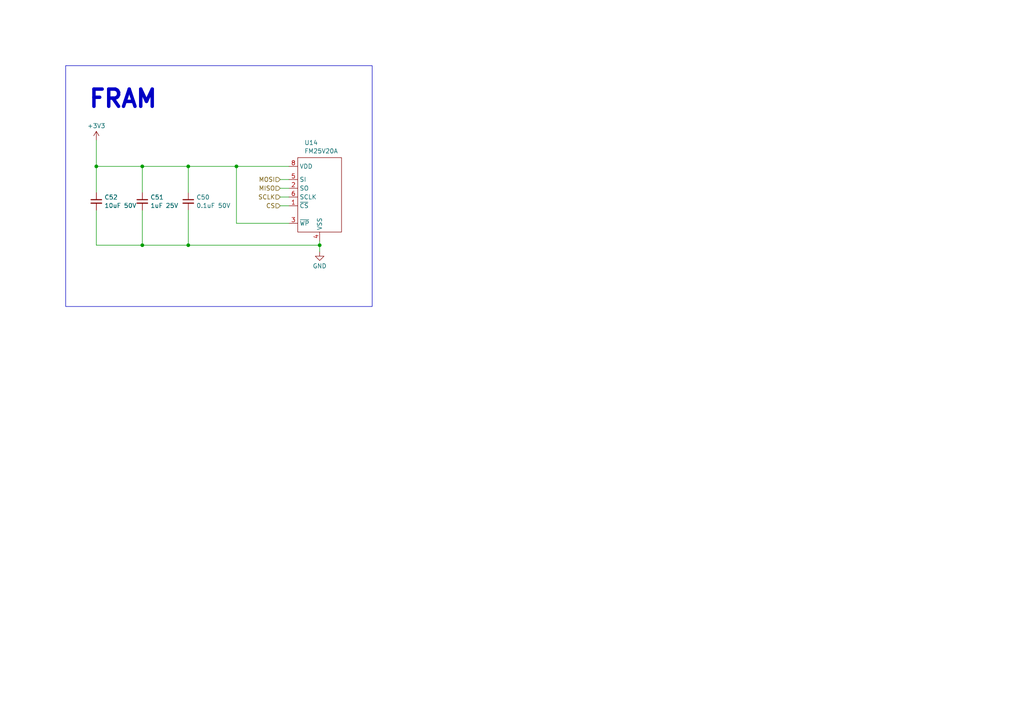
<source format=kicad_sch>
(kicad_sch (version 20230121) (generator eeschema)
  (paper "A4")
  (lib_symbols
    (symbol "Custom Parts:FM25V20A"
      (property "Reference" "U" (at -5.08 10.16 0))
      (property "Value" "FM25V20A" (at 3.81 10.16 0))
      (symbol "FM25V20A_0_1"
        (rectangle (start -6.35 8.89) (end 6.35 -12.7))
      )
      (symbol "FM25V20A_1_1"
        (pin input line (at -8.89 -5.08 0) (length 2.54) (name "~{CS}") (number "1"))
        (pin input line (at -8.89 0 0) (length 2.54) (name "SO") (number "2"))
        (pin input line (at -8.89 -10.16 0) (length 2.54) (name "~{WP}") (number "3"))
        (pin input line (at 0 -15.24 90) (length 2.54) (name "VSS") (number "4"))
        (pin input line (at -8.89 2.54 0) (length 2.54) (name "SI") (number "5"))
        (pin input line (at -8.89 -2.54 0) (length 2.54) (name "SCLK") (number "6"))
        (pin input line (at 0 -1.27 90) (length 2.54) hide (name "DNU") (number "7"))
        (pin input line (at -8.89 6.35 0) (length 2.54) (name "VDD") (number "8"))
      )
    )
    (symbol "Device:C_Small" (pin_numbers hide) (pin_names (offset 0.254) hide)
      (property "Reference" "C" (at 0.254 1.778 0))
      (property "Value" "C_Small" (at 0.254 -2.032 0))
      (symbol "C_Small_0_1"
        (polyline (pts (xy -1.524 -0.508) (xy 1.524 -0.508)) (stroke (width 0.3302)))
        (polyline (pts (xy -1.524 0.508) (xy 1.524 0.508)) (stroke (width 0.3048)))
      )
      (symbol "C_Small_1_1"
        (pin passive line (at 0 2.54 270) (length 2.032) (name "~") (number "1"))
        (pin passive line (at 0 -2.54 90) (length 2.032) (name "~") (number "2"))
      )
    )
    (symbol "power:+3V3" (power) (pin_names (offset 0))
      (property "Value" "+3V3" (at 0 3.556 0))
      (symbol "+3V3_0_1"
        (polyline (pts (xy -0.762 1.27) (xy 0 2.54)))
        (polyline (pts (xy 0 0) (xy 0 2.54)))
        (polyline (pts (xy 0 2.54) (xy 0.762 1.27)))
      )
      (symbol "+3V3_1_1"
        (pin power_in line (at 0 0 90) (length 0) hide (name "+3V3") (number "1"))
      )
    )
    (symbol "power:GND" (power) (pin_names (offset 0))
      (property "Value" "GND" (at 0 -3.81 0))
      (symbol "GND_0_1"
        (polyline (pts (xy 0 0) (xy 0 -1.27) (xy 1.27 -1.27) (xy 0 -2.54) (xy -1.27 -1.27) (xy 0 -1.27)))
      )
      (symbol "GND_1_1"
        (pin power_in line (at 0 0 270) (length 0) hide (name "GND") (number "1"))
      )
    )
  )
  (junction (at 41.275 71.12))
  (junction (at 54.61 71.12))
  (junction (at 54.61 48.26))
  (junction (at 92.71 71.12))
  (junction (at 68.58 48.26))
  (junction (at 41.275 48.26))
  (junction (at 27.94 48.26))
  (wire (pts (xy 27.94 40.64) (xy 27.94 48.26)))
  (wire (pts (xy 68.58 64.77) (xy 68.58 48.26)))
  (wire (pts (xy 41.275 71.12) (xy 54.61 71.12)))
  (wire (pts (xy 54.61 48.26) (xy 54.61 55.88)))
  (wire (pts (xy 27.94 60.96) (xy 27.94 71.12)))
  (wire (pts (xy 41.275 48.26) (xy 41.275 55.88)))
  (wire (pts (xy 81.28 57.15) (xy 83.82 57.15)))
  (wire (pts (xy 54.61 60.96) (xy 54.61 71.12)))
  (wire (pts (xy 41.275 48.26) (xy 54.61 48.26)))
  (wire (pts (xy 68.58 48.26) (xy 83.82 48.26)))
  (wire (pts (xy 81.28 59.69) (xy 83.82 59.69)))
  (wire (pts (xy 92.71 71.12) (xy 92.71 73.025)))
  (wire (pts (xy 27.94 71.12) (xy 41.275 71.12)))
  (wire (pts (xy 92.71 69.85) (xy 92.71 71.12)))
  (wire (pts (xy 83.82 64.77) (xy 68.58 64.77)))
  (wire (pts (xy 27.94 48.26) (xy 27.94 55.88)))
  (wire (pts (xy 54.61 48.26) (xy 68.58 48.26)))
  (wire (pts (xy 81.28 54.61) (xy 83.82 54.61)))
  (wire (pts (xy 81.28 52.07) (xy 83.82 52.07)))
  (wire (pts (xy 27.94 48.26) (xy 41.275 48.26)))
  (wire (pts (xy 41.275 60.96) (xy 41.275 71.12)))
  (wire (pts (xy 54.61 71.12) (xy 92.71 71.12)))
  (rectangle (start 19.05 19.05) (end 107.95 88.9))
  (text "FRAM" (at 25.4 31.75 0) (effects (font (size 5 5) (thickness 1) bold) (justify left bottom)))
  (hierarchical_label "MOSI" (shape input) (at 81.28 52.07 180))
  (hierarchical_label "CS" (shape input) (at 81.28 59.69 180))
  (hierarchical_label "MISO" (shape input) (at 81.28 54.61 180))
  (hierarchical_label "SCLK" (shape input) (at 81.28 57.15 180))
  (symbol (lib_id "Device:C_Small") (at 54.61 58.42 0) (unit 1)
    (property "Reference" "C50" (at 56.9341 57.2142 0) (effects (justify left)))
    (property "Value" "0.1uF 50V" (at 56.9341 59.6384 0) (effects (justify left)))
    (property "Footprint" "Capacitor_SMD:C_0805_2012Metric" (effects hide))
    (instances (project "bilge-vacuum" (path "" (reference "C50") (unit 1)) (path "" (reference "C52") (unit 1))))
  )
  (symbol (lib_id "Custom Parts:FM25V20A") (at 92.71 54.61 0) (unit 1)
    (property "Reference" "U14" (at 88.265 41.3908 0) (effects (justify left)))
    (property "Value" "FM25V20A" (at 88.265 43.815 0) (effects (justify left)))
    (property "Footprint" "Custom Parts:WDFN-8" (effects hide))
  )
  (symbol (lib_id "Device:C_Small") (at 27.94 58.42 0) (unit 1)
    (property "Reference" "C52" (at 30.2641 57.2142 0) (effects (justify left)))
    (property "Value" "10uF 50V" (at 30.2641 59.6384 0) (effects (justify left)))
    (property "Footprint" "Capacitor_SMD:C_1206_3216Metric" (effects hide))
    (instances (project "bilge-vacuum" (path "" (reference "C52") (unit 1)) (path "" (reference "C50") (unit 1))))
  )
  (symbol (lib_id "power:+3V3") (at 27.94 40.64 0) (unit 1)
    (property "Reference" "#PWR043" (effects hide))
    (property "Value" "+3V3" (at 27.94 36.5069 0))
  )
  (symbol (lib_id "power:GND") (at 92.71 73.025 0) (unit 1)
    (property "Reference" "#PWR044" (effects hide))
    (property "Value" "GND" (at 92.71 77.1581 0))
  )
  (symbol (lib_id "Device:C_Small") (at 41.275 58.42 0) (unit 1)
    (property "Reference" "C51" (at 43.5991 57.2142 0) (effects (justify left)))
    (property "Value" "1uF 25V" (at 43.5991 59.6384 0) (effects (justify left)))
    (property "Footprint" "Capacitor_SMD:C_0805_2012Metric" (effects hide))
  )
)
</source>
